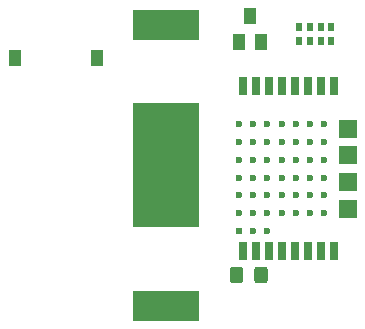
<source format=gbr>
%TF.GenerationSoftware,KiCad,Pcbnew,5.1.6-1.fc32*%
%TF.CreationDate,2020-06-07T18:14:15-07:00*%
%TF.ProjectId,hypnos,6879706e-6f73-42e6-9b69-6361645f7063,rev?*%
%TF.SameCoordinates,Original*%
%TF.FileFunction,Paste,Top*%
%TF.FilePolarity,Positive*%
%FSLAX46Y46*%
G04 Gerber Fmt 4.6, Leading zero omitted, Abs format (unit mm)*
G04 Created by KiCad (PCBNEW 5.1.6-1.fc32) date 2020-06-07 18:14:15*
%MOMM*%
%LPD*%
G01*
G04 APERTURE LIST*
%ADD10R,0.600000X0.600000*%
%ADD11C,0.600000*%
%ADD12R,1.500000X1.500000*%
%ADD13R,0.700000X1.500000*%
%ADD14R,0.500000X0.800000*%
%ADD15R,1.000000X1.400000*%
%ADD16R,5.560000X10.605000*%
%ADD17R,5.560000X2.600000*%
G04 APERTURE END LIST*
D10*
%TO.C,U2*%
X119800000Y-116550000D03*
D11*
X122200000Y-116550000D03*
X121000000Y-116550000D03*
X119800000Y-115050000D03*
X119800000Y-107550000D03*
X119800000Y-113550000D03*
X119800000Y-112050000D03*
X119800000Y-110550000D03*
X119800000Y-109050000D03*
X127000000Y-115050000D03*
X125800000Y-115050000D03*
X124600000Y-115050000D03*
X123400000Y-115050000D03*
X122200000Y-115050000D03*
X121000000Y-115050000D03*
X127000000Y-107550000D03*
X125800000Y-107550000D03*
X124600000Y-107550000D03*
X123400000Y-107550000D03*
X122200000Y-107550000D03*
X121000000Y-107550000D03*
D12*
X129000000Y-114680000D03*
X129000000Y-112430000D03*
X129000000Y-110180000D03*
X129000000Y-107930000D03*
D11*
X125800000Y-113550000D03*
X127000000Y-113550000D03*
X127000000Y-112050000D03*
X125800000Y-112050000D03*
X125800000Y-110550000D03*
X127000000Y-110550000D03*
X127000000Y-109050000D03*
X125800000Y-109050000D03*
X124600000Y-113550000D03*
X124600000Y-112050000D03*
X124600000Y-110550000D03*
X124600000Y-109050000D03*
X123400000Y-113550000D03*
X123400000Y-112050000D03*
X123400000Y-110550000D03*
X123400000Y-109050000D03*
X122200000Y-113550000D03*
X122200000Y-112050000D03*
X122200000Y-110550000D03*
X122200000Y-109050000D03*
X121000000Y-113550000D03*
X121000000Y-112050000D03*
X121000000Y-110550000D03*
X121000000Y-109050000D03*
D13*
X127800000Y-118300000D03*
X126700000Y-118300000D03*
X125600000Y-118300000D03*
X124500000Y-118300000D03*
X123400000Y-118300000D03*
X122300000Y-118300000D03*
X121200000Y-118300000D03*
X120100000Y-118300000D03*
X120100000Y-104300000D03*
X121200000Y-104300000D03*
X122300000Y-104300000D03*
X123400000Y-104300000D03*
X124500000Y-104300000D03*
X125600000Y-104300000D03*
X126700000Y-104300000D03*
X127800000Y-104300000D03*
%TD*%
D14*
%TO.C,U1*%
X124900000Y-99300000D03*
X125800000Y-99300000D03*
X126700000Y-99300000D03*
X127600000Y-99300000D03*
X127600000Y-100500000D03*
X126700000Y-100500000D03*
X125800000Y-100500000D03*
X124900000Y-100500000D03*
%TD*%
D15*
%TO.C,SW1*%
X100800000Y-101900000D03*
X107800000Y-101900000D03*
%TD*%
%TO.C,Q1*%
X119800000Y-100600000D03*
X121700000Y-100600000D03*
X120750000Y-98400000D03*
%TD*%
%TO.C,C1*%
G36*
G01*
X121075000Y-120750001D02*
X121075000Y-119849999D01*
G75*
G02*
X121324999Y-119600000I249999J0D01*
G01*
X121975001Y-119600000D01*
G75*
G02*
X122225000Y-119849999I0J-249999D01*
G01*
X122225000Y-120750001D01*
G75*
G02*
X121975001Y-121000000I-249999J0D01*
G01*
X121324999Y-121000000D01*
G75*
G02*
X121075000Y-120750001I0J249999D01*
G01*
G37*
G36*
G01*
X119025000Y-120750001D02*
X119025000Y-119849999D01*
G75*
G02*
X119274999Y-119600000I249999J0D01*
G01*
X119925001Y-119600000D01*
G75*
G02*
X120175000Y-119849999I0J-249999D01*
G01*
X120175000Y-120750001D01*
G75*
G02*
X119925001Y-121000000I-249999J0D01*
G01*
X119274999Y-121000000D01*
G75*
G02*
X119025000Y-120750001I0J249999D01*
G01*
G37*
%TD*%
D16*
%TO.C,BT1*%
X113600000Y-111005000D03*
D17*
X113600000Y-122910000D03*
X113600000Y-99100000D03*
%TD*%
M02*

</source>
